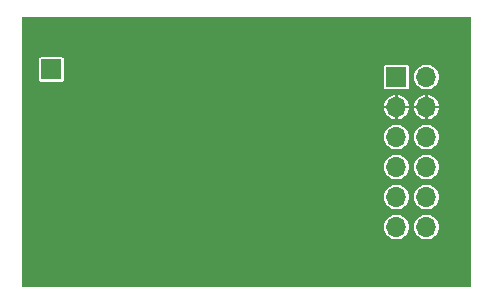
<source format=gbr>
%TF.GenerationSoftware,KiCad,Pcbnew,7.0.1*%
%TF.CreationDate,2023-04-28T09:41:15+02:00*%
%TF.ProjectId,RFM9xW_ANT,52464d39-7857-45f4-914e-542e6b696361,rev?*%
%TF.SameCoordinates,Original*%
%TF.FileFunction,Copper,L2,Bot*%
%TF.FilePolarity,Positive*%
%FSLAX46Y46*%
G04 Gerber Fmt 4.6, Leading zero omitted, Abs format (unit mm)*
G04 Created by KiCad (PCBNEW 7.0.1) date 2023-04-28 09:41:15*
%MOMM*%
%LPD*%
G01*
G04 APERTURE LIST*
%TA.AperFunction,ComponentPad*%
%ADD10R,1.700000X1.700000*%
%TD*%
%TA.AperFunction,ComponentPad*%
%ADD11O,1.700000X1.700000*%
%TD*%
G04 APERTURE END LIST*
D10*
%TO.P,J1,1,Pin_1*%
%TO.N,VCC*%
X149860000Y-43180000D03*
D11*
%TO.P,J1,2,Pin_2*%
X152400000Y-43180000D03*
%TO.P,J1,3,Pin_3*%
%TO.N,GND*%
X149860000Y-45720000D03*
%TO.P,J1,4,Pin_4*%
X152400000Y-45720000D03*
%TO.P,J1,5,Pin_5*%
%TO.N,SCK*%
X149860000Y-48260000D03*
%TO.P,J1,6,Pin_6*%
%TO.N,unconnected-(J1-Pin_6-Pad6)*%
X152400000Y-48260000D03*
%TO.P,J1,7,Pin_7*%
%TO.N,MISO*%
X149860000Y-50800000D03*
%TO.P,J1,8,Pin_8*%
%TO.N,unconnected-(J1-Pin_8-Pad8)*%
X152400000Y-50800000D03*
%TO.P,J1,9,Pin_9*%
%TO.N,MOSI*%
X149860000Y-53340000D03*
%TO.P,J1,10,Pin_10*%
%TO.N,nRESET*%
X152400000Y-53340000D03*
%TO.P,J1,11,Pin_11*%
%TO.N,nCS*%
X149860000Y-55880000D03*
%TO.P,J1,12,Pin_12*%
%TO.N,DIO0*%
X152400000Y-55880000D03*
%TD*%
D10*
%TO.P,Je,1,Pin_1*%
%TO.N,Net-(J2-Pin_1)*%
X120650000Y-42530000D03*
%TD*%
%TA.AperFunction,Conductor*%
%TO.N,GND*%
G36*
X156135000Y-38138763D02*
G01*
X156171237Y-38175000D01*
X156184500Y-38224500D01*
X156184500Y-60835500D01*
X156171237Y-60885000D01*
X156135000Y-60921237D01*
X156085500Y-60934500D01*
X118234500Y-60934500D01*
X118185000Y-60921237D01*
X118148763Y-60885000D01*
X118135500Y-60835500D01*
X118135500Y-55880000D01*
X148804416Y-55880000D01*
X148824699Y-56085933D01*
X148884767Y-56283952D01*
X148884768Y-56283954D01*
X148982315Y-56466450D01*
X149113590Y-56626410D01*
X149273550Y-56757685D01*
X149456046Y-56855232D01*
X149654066Y-56915300D01*
X149860000Y-56935583D01*
X150065934Y-56915300D01*
X150263954Y-56855232D01*
X150446450Y-56757685D01*
X150606410Y-56626410D01*
X150737685Y-56466450D01*
X150835232Y-56283954D01*
X150895300Y-56085934D01*
X150915583Y-55880000D01*
X151344416Y-55880000D01*
X151364699Y-56085933D01*
X151424767Y-56283952D01*
X151424768Y-56283954D01*
X151522315Y-56466450D01*
X151653590Y-56626410D01*
X151813550Y-56757685D01*
X151996046Y-56855232D01*
X152194066Y-56915300D01*
X152400000Y-56935583D01*
X152605934Y-56915300D01*
X152803954Y-56855232D01*
X152986450Y-56757685D01*
X153146410Y-56626410D01*
X153277685Y-56466450D01*
X153375232Y-56283954D01*
X153435300Y-56085934D01*
X153455583Y-55880000D01*
X153435300Y-55674066D01*
X153375232Y-55476046D01*
X153277685Y-55293550D01*
X153146410Y-55133590D01*
X152986450Y-55002315D01*
X152803954Y-54904768D01*
X152803953Y-54904767D01*
X152803952Y-54904767D01*
X152605933Y-54844699D01*
X152400000Y-54824416D01*
X152194066Y-54844699D01*
X151996047Y-54904767D01*
X151813549Y-55002315D01*
X151653590Y-55133590D01*
X151522315Y-55293549D01*
X151424767Y-55476047D01*
X151364699Y-55674066D01*
X151344416Y-55880000D01*
X150915583Y-55880000D01*
X150895300Y-55674066D01*
X150835232Y-55476046D01*
X150737685Y-55293550D01*
X150606410Y-55133590D01*
X150446450Y-55002315D01*
X150263954Y-54904768D01*
X150263953Y-54904767D01*
X150263952Y-54904767D01*
X150065933Y-54844699D01*
X149860000Y-54824416D01*
X149654066Y-54844699D01*
X149456047Y-54904767D01*
X149273549Y-55002315D01*
X149113590Y-55133590D01*
X148982315Y-55293549D01*
X148884767Y-55476047D01*
X148824699Y-55674066D01*
X148804416Y-55880000D01*
X118135500Y-55880000D01*
X118135500Y-53339999D01*
X148804416Y-53339999D01*
X148824699Y-53545933D01*
X148884767Y-53743952D01*
X148884768Y-53743954D01*
X148982315Y-53926450D01*
X149113590Y-54086410D01*
X149273550Y-54217685D01*
X149456046Y-54315232D01*
X149654066Y-54375300D01*
X149860000Y-54395583D01*
X150065934Y-54375300D01*
X150263954Y-54315232D01*
X150446450Y-54217685D01*
X150606410Y-54086410D01*
X150737685Y-53926450D01*
X150835232Y-53743954D01*
X150895300Y-53545934D01*
X150915583Y-53340000D01*
X150915583Y-53339999D01*
X151344416Y-53339999D01*
X151364699Y-53545933D01*
X151424767Y-53743952D01*
X151424768Y-53743954D01*
X151522315Y-53926450D01*
X151653590Y-54086410D01*
X151813550Y-54217685D01*
X151996046Y-54315232D01*
X152194066Y-54375300D01*
X152400000Y-54395583D01*
X152605934Y-54375300D01*
X152803954Y-54315232D01*
X152986450Y-54217685D01*
X153146410Y-54086410D01*
X153277685Y-53926450D01*
X153375232Y-53743954D01*
X153435300Y-53545934D01*
X153455583Y-53340000D01*
X153435300Y-53134066D01*
X153375232Y-52936046D01*
X153277685Y-52753550D01*
X153146410Y-52593590D01*
X152986450Y-52462315D01*
X152803954Y-52364768D01*
X152803953Y-52364767D01*
X152803952Y-52364767D01*
X152605933Y-52304699D01*
X152400000Y-52284416D01*
X152194066Y-52304699D01*
X151996047Y-52364767D01*
X151813549Y-52462315D01*
X151653590Y-52593590D01*
X151522315Y-52753549D01*
X151424767Y-52936047D01*
X151364699Y-53134066D01*
X151344416Y-53339999D01*
X150915583Y-53339999D01*
X150895300Y-53134066D01*
X150835232Y-52936046D01*
X150737685Y-52753550D01*
X150606410Y-52593590D01*
X150446450Y-52462315D01*
X150263954Y-52364768D01*
X150263953Y-52364767D01*
X150263952Y-52364767D01*
X150065933Y-52304699D01*
X149860000Y-52284416D01*
X149654066Y-52304699D01*
X149456047Y-52364767D01*
X149273549Y-52462315D01*
X149113590Y-52593590D01*
X148982315Y-52753549D01*
X148884767Y-52936047D01*
X148824699Y-53134066D01*
X148804416Y-53339999D01*
X118135500Y-53339999D01*
X118135500Y-50800000D01*
X148804416Y-50800000D01*
X148824699Y-51005933D01*
X148884767Y-51203952D01*
X148884768Y-51203954D01*
X148982315Y-51386450D01*
X149113590Y-51546410D01*
X149273550Y-51677685D01*
X149456046Y-51775232D01*
X149654065Y-51835299D01*
X149654066Y-51835300D01*
X149859999Y-51855583D01*
X149859999Y-51855582D01*
X149860000Y-51855583D01*
X150065934Y-51835300D01*
X150263954Y-51775232D01*
X150446450Y-51677685D01*
X150606410Y-51546410D01*
X150737685Y-51386450D01*
X150835232Y-51203954D01*
X150895300Y-51005934D01*
X150915583Y-50800000D01*
X151344416Y-50800000D01*
X151364699Y-51005933D01*
X151424767Y-51203952D01*
X151424768Y-51203954D01*
X151522315Y-51386450D01*
X151653590Y-51546410D01*
X151813550Y-51677685D01*
X151996046Y-51775232D01*
X152194065Y-51835299D01*
X152194066Y-51835300D01*
X152399999Y-51855583D01*
X152399999Y-51855582D01*
X152400000Y-51855583D01*
X152605934Y-51835300D01*
X152803954Y-51775232D01*
X152986450Y-51677685D01*
X153146410Y-51546410D01*
X153277685Y-51386450D01*
X153375232Y-51203954D01*
X153435300Y-51005934D01*
X153455583Y-50800000D01*
X153435300Y-50594066D01*
X153375232Y-50396046D01*
X153277685Y-50213550D01*
X153146410Y-50053590D01*
X152986450Y-49922315D01*
X152803954Y-49824768D01*
X152803953Y-49824767D01*
X152803952Y-49824767D01*
X152605933Y-49764699D01*
X152399999Y-49744416D01*
X152194066Y-49764699D01*
X151996047Y-49824767D01*
X151813549Y-49922315D01*
X151653590Y-50053590D01*
X151522315Y-50213549D01*
X151424767Y-50396047D01*
X151364699Y-50594066D01*
X151344416Y-50800000D01*
X150915583Y-50800000D01*
X150895300Y-50594066D01*
X150835232Y-50396046D01*
X150737685Y-50213550D01*
X150606410Y-50053590D01*
X150446450Y-49922315D01*
X150263954Y-49824768D01*
X150263953Y-49824767D01*
X150263952Y-49824767D01*
X150065933Y-49764699D01*
X149859999Y-49744416D01*
X149654066Y-49764699D01*
X149456047Y-49824767D01*
X149273549Y-49922315D01*
X149113590Y-50053590D01*
X148982315Y-50213549D01*
X148884767Y-50396047D01*
X148824699Y-50594066D01*
X148804416Y-50800000D01*
X118135500Y-50800000D01*
X118135500Y-48259999D01*
X148804416Y-48259999D01*
X148824699Y-48465933D01*
X148884767Y-48663952D01*
X148884768Y-48663954D01*
X148982315Y-48846450D01*
X149113590Y-49006410D01*
X149273550Y-49137685D01*
X149456046Y-49235232D01*
X149654066Y-49295300D01*
X149860000Y-49315583D01*
X150065934Y-49295300D01*
X150263954Y-49235232D01*
X150446450Y-49137685D01*
X150606410Y-49006410D01*
X150737685Y-48846450D01*
X150835232Y-48663954D01*
X150895300Y-48465934D01*
X150915583Y-48260000D01*
X150915583Y-48259999D01*
X151344416Y-48259999D01*
X151364699Y-48465933D01*
X151424767Y-48663952D01*
X151424768Y-48663954D01*
X151522315Y-48846450D01*
X151653590Y-49006410D01*
X151813550Y-49137685D01*
X151996046Y-49235232D01*
X152194066Y-49295300D01*
X152400000Y-49315583D01*
X152605934Y-49295300D01*
X152803954Y-49235232D01*
X152986450Y-49137685D01*
X153146410Y-49006410D01*
X153277685Y-48846450D01*
X153375232Y-48663954D01*
X153435300Y-48465934D01*
X153455583Y-48260000D01*
X153435300Y-48054066D01*
X153375232Y-47856046D01*
X153277685Y-47673550D01*
X153146410Y-47513590D01*
X152986450Y-47382315D01*
X152803954Y-47284768D01*
X152803953Y-47284767D01*
X152803952Y-47284767D01*
X152605933Y-47224699D01*
X152400000Y-47204416D01*
X152194066Y-47224699D01*
X151996047Y-47284767D01*
X151813549Y-47382315D01*
X151653590Y-47513590D01*
X151522315Y-47673549D01*
X151424767Y-47856047D01*
X151364699Y-48054066D01*
X151344416Y-48259999D01*
X150915583Y-48259999D01*
X150895300Y-48054066D01*
X150835232Y-47856046D01*
X150737685Y-47673550D01*
X150606410Y-47513590D01*
X150446450Y-47382315D01*
X150263954Y-47284768D01*
X150263953Y-47284767D01*
X150263952Y-47284767D01*
X150065933Y-47224699D01*
X149860000Y-47204416D01*
X149654066Y-47224699D01*
X149456047Y-47284767D01*
X149273549Y-47382315D01*
X149113590Y-47513590D01*
X148982315Y-47673549D01*
X148884767Y-47856047D01*
X148824699Y-48054066D01*
X148804416Y-48259999D01*
X118135500Y-48259999D01*
X118135500Y-45820000D01*
X148814767Y-45820000D01*
X148825191Y-45925835D01*
X148885231Y-46123763D01*
X148982730Y-46306170D01*
X149113945Y-46466054D01*
X149273829Y-46597269D01*
X149456236Y-46694768D01*
X149654164Y-46754808D01*
X149759999Y-46765232D01*
X149760000Y-46765232D01*
X149960000Y-46765232D01*
X150065835Y-46754808D01*
X150263763Y-46694768D01*
X150446170Y-46597269D01*
X150606054Y-46466054D01*
X150737269Y-46306170D01*
X150834768Y-46123763D01*
X150894808Y-45925835D01*
X150905232Y-45820000D01*
X151354767Y-45820000D01*
X151365191Y-45925835D01*
X151425231Y-46123763D01*
X151522730Y-46306170D01*
X151653945Y-46466054D01*
X151813829Y-46597269D01*
X151996236Y-46694768D01*
X152194164Y-46754808D01*
X152299999Y-46765232D01*
X152300000Y-46765232D01*
X152500000Y-46765232D01*
X152605835Y-46754808D01*
X152803763Y-46694768D01*
X152986170Y-46597269D01*
X153146054Y-46466054D01*
X153277269Y-46306170D01*
X153374768Y-46123763D01*
X153434808Y-45925835D01*
X153445232Y-45820000D01*
X152500001Y-45820000D01*
X152500000Y-45820001D01*
X152500000Y-46765232D01*
X152300000Y-46765232D01*
X152300000Y-45820001D01*
X152299999Y-45820000D01*
X151354767Y-45820000D01*
X150905232Y-45820000D01*
X149960001Y-45820000D01*
X149960000Y-45820001D01*
X149960000Y-46765232D01*
X149760000Y-46765232D01*
X149760000Y-45820001D01*
X149759999Y-45820000D01*
X148814767Y-45820000D01*
X118135500Y-45820000D01*
X118135500Y-45619999D01*
X148814767Y-45619999D01*
X148814768Y-45620000D01*
X149759999Y-45620000D01*
X149760000Y-45619999D01*
X149760000Y-44674768D01*
X149759999Y-44674767D01*
X149960000Y-44674767D01*
X149960000Y-45619999D01*
X149960001Y-45620000D01*
X150905232Y-45620000D01*
X150905232Y-45619999D01*
X151354767Y-45619999D01*
X151354768Y-45620000D01*
X152299999Y-45620000D01*
X152300000Y-45619999D01*
X152300000Y-44674768D01*
X152299999Y-44674767D01*
X152500000Y-44674767D01*
X152500000Y-45619999D01*
X152500001Y-45620000D01*
X153445232Y-45620000D01*
X153445232Y-45619999D01*
X153434808Y-45514164D01*
X153374768Y-45316236D01*
X153277269Y-45133829D01*
X153146054Y-44973945D01*
X152986170Y-44842730D01*
X152803763Y-44745231D01*
X152605835Y-44685191D01*
X152500000Y-44674767D01*
X152299999Y-44674767D01*
X152194164Y-44685191D01*
X151996236Y-44745231D01*
X151813829Y-44842730D01*
X151653945Y-44973945D01*
X151522730Y-45133829D01*
X151425231Y-45316236D01*
X151365191Y-45514164D01*
X151354767Y-45619999D01*
X150905232Y-45619999D01*
X150894808Y-45514164D01*
X150834768Y-45316236D01*
X150737269Y-45133829D01*
X150606054Y-44973945D01*
X150446170Y-44842730D01*
X150263763Y-44745231D01*
X150065835Y-44685191D01*
X149960000Y-44674767D01*
X149759999Y-44674767D01*
X149654164Y-44685191D01*
X149456236Y-44745231D01*
X149273829Y-44842730D01*
X149113945Y-44973945D01*
X148982730Y-45133829D01*
X148885231Y-45316236D01*
X148825191Y-45514164D01*
X148814767Y-45619999D01*
X118135500Y-45619999D01*
X118135500Y-44049747D01*
X148809500Y-44049747D01*
X148821133Y-44108231D01*
X148865447Y-44174552D01*
X148909762Y-44204162D01*
X148931769Y-44218867D01*
X148990252Y-44230500D01*
X150729747Y-44230500D01*
X150729748Y-44230500D01*
X150788231Y-44218867D01*
X150854552Y-44174552D01*
X150898867Y-44108231D01*
X150910500Y-44049748D01*
X150910500Y-43179999D01*
X151344416Y-43179999D01*
X151364699Y-43385933D01*
X151420191Y-43568866D01*
X151424768Y-43583954D01*
X151522315Y-43766450D01*
X151653590Y-43926410D01*
X151813550Y-44057685D01*
X151996046Y-44155232D01*
X152194066Y-44215300D01*
X152400000Y-44235583D01*
X152605934Y-44215300D01*
X152803954Y-44155232D01*
X152986450Y-44057685D01*
X153146410Y-43926410D01*
X153277685Y-43766450D01*
X153375232Y-43583954D01*
X153435300Y-43385934D01*
X153455583Y-43180000D01*
X153435300Y-42974066D01*
X153375232Y-42776046D01*
X153277685Y-42593550D01*
X153146410Y-42433590D01*
X152986450Y-42302315D01*
X152803954Y-42204768D01*
X152803953Y-42204767D01*
X152803952Y-42204767D01*
X152605933Y-42144699D01*
X152400000Y-42124416D01*
X152194066Y-42144699D01*
X151996047Y-42204767D01*
X151813549Y-42302315D01*
X151653590Y-42433590D01*
X151522315Y-42593549D01*
X151424767Y-42776047D01*
X151364699Y-42974066D01*
X151344416Y-43179999D01*
X150910500Y-43179999D01*
X150910500Y-42310252D01*
X150898867Y-42251769D01*
X150884162Y-42229762D01*
X150854552Y-42185447D01*
X150788231Y-42141133D01*
X150788230Y-42141132D01*
X150729748Y-42129500D01*
X148990252Y-42129500D01*
X148961010Y-42135316D01*
X148931768Y-42141133D01*
X148865447Y-42185447D01*
X148821133Y-42251768D01*
X148809500Y-42310253D01*
X148809500Y-44049747D01*
X118135500Y-44049747D01*
X118135500Y-43399747D01*
X119599500Y-43399747D01*
X119611133Y-43458231D01*
X119655447Y-43524552D01*
X119699762Y-43554162D01*
X119721769Y-43568867D01*
X119780252Y-43580500D01*
X121519747Y-43580500D01*
X121519748Y-43580500D01*
X121578231Y-43568867D01*
X121644552Y-43524552D01*
X121688867Y-43458231D01*
X121700500Y-43399748D01*
X121700500Y-41660252D01*
X121688867Y-41601769D01*
X121674162Y-41579761D01*
X121644552Y-41535447D01*
X121578231Y-41491133D01*
X121578230Y-41491132D01*
X121519748Y-41479500D01*
X119780252Y-41479500D01*
X119751010Y-41485316D01*
X119721768Y-41491133D01*
X119655447Y-41535447D01*
X119611133Y-41601768D01*
X119599500Y-41660253D01*
X119599500Y-43399747D01*
X118135500Y-43399747D01*
X118135500Y-38224500D01*
X118148763Y-38175000D01*
X118185000Y-38138763D01*
X118234500Y-38125500D01*
X156085500Y-38125500D01*
X156135000Y-38138763D01*
G37*
%TD.AperFunction*%
%TD*%
M02*

</source>
